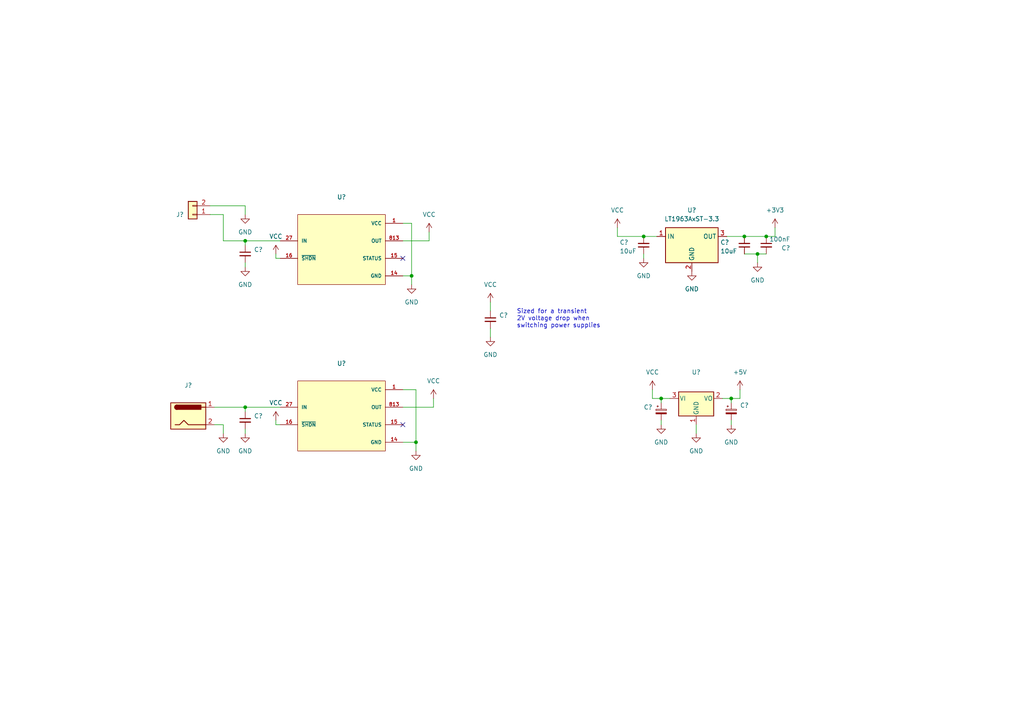
<source format=kicad_sch>
(kicad_sch (version 20211123) (generator eeschema)
  (paper "A4")
  (lib_symbols
    (symbol "Connector:Barrel_Jack" (pin_names (offset 1.016))
      (property "Reference" "J" (at 0 5.334 0))
      (property "Value" "Barrel_Jack" (at 0 -5.08 0))
      (symbol "Barrel_Jack_0_1"
        (rectangle (start -5.08 3.81) (end 5.08 -3.81) (stroke (width 0.254)) (fill (type background)))
        (arc (start -3.302 3.175) (mid -3.937 2.54) (end -3.302 1.905) (stroke (width 0.254)))
        (arc (start -3.302 3.175) (mid -3.937 2.54) (end -3.302 1.905) (stroke (width 0.254)) (fill (type outline)))
        (polyline (pts (xy 5.08 2.54) (xy 3.81 2.54)) (stroke (width 0.254)))
        (polyline (pts (xy -3.81 -2.54) (xy -2.54 -2.54) (xy -1.27 -1.27) (xy 0 -2.54) (xy 2.54 -2.54) (xy 5.08 -2.54)) (stroke (width 0.254)))
        (rectangle (start 3.683 3.175) (end -3.302 1.905) (stroke (width 0.254)) (fill (type outline)))
      )
      (symbol "Barrel_Jack_1_1"
        (pin passive line (at 7.62 2.54 180) (length 2.54) (name "~") (number "1"))
        (pin passive line (at 7.62 -2.54 180) (length 2.54) (name "~") (number "2"))
      )
    )
    (symbol "Connector_Generic:Conn_01x02" (pin_names (offset 1.016) hide)
      (property "Reference" "J" (at 0 2.54 0))
      (property "Value" "Conn_01x02" (at 0 -5.08 0))
      (symbol "Conn_01x02_1_1"
        (rectangle (start -1.27 -2.413) (end 0 -2.667) (stroke (width 0.1524)))
        (rectangle (start -1.27 0.127) (end 0 -0.127) (stroke (width 0.1524)))
        (rectangle (start -1.27 1.27) (end 1.27 -3.81) (stroke (width 0.254)) (fill (type background)))
        (pin passive line (at -5.08 0 0) (length 3.81) (name "Pin_1") (number "1"))
        (pin passive line (at -5.08 -2.54 0) (length 3.81) (name "Pin_2") (number "2"))
      )
    )
    (symbol "Device:C_Polarized_Small" (pin_numbers hide) (pin_names (offset 0.254) hide)
      (property "Reference" "C" (at 0.254 1.778 0))
      (property "Value" "C_Polarized_Small" (at 0.254 -2.032 0))
      (symbol "C_Polarized_Small_0_1"
        (rectangle (start -1.524 -0.3048) (end 1.524 -0.6858) (fill (type outline)))
        (rectangle (start -1.524 0.6858) (end 1.524 0.3048))
        (polyline (pts (xy -1.27 1.524) (xy -0.762 1.524)))
        (polyline (pts (xy -1.016 1.27) (xy -1.016 1.778)))
      )
      (symbol "C_Polarized_Small_1_1"
        (pin passive line (at 0 2.54 270) (length 1.8542) (name "~") (number "1"))
        (pin passive line (at 0 -2.54 90) (length 1.8542) (name "~") (number "2"))
      )
    )
    (symbol "Device:C_Small" (pin_numbers hide) (pin_names (offset 0.254) hide)
      (property "Reference" "C" (at 0.254 1.778 0))
      (property "Value" "C_Small" (at 0.254 -2.032 0))
      (symbol "C_Small_0_1"
        (polyline (pts (xy -1.524 -0.508) (xy 1.524 -0.508)) (stroke (width 0.3302)))
        (polyline (pts (xy -1.524 0.508) (xy 1.524 0.508)) (stroke (width 0.3048)))
      )
      (symbol "C_Small_1_1"
        (pin passive line (at 0 2.54 270) (length 2.032) (name "~") (number "1"))
        (pin passive line (at 0 -2.54 90) (length 2.032) (name "~") (number "2"))
      )
    )
    (symbol "Regulator_Linear:LM1085-5.0" (pin_names (offset 0.254))
      (property "Reference" "U" (at -3.81 3.175 0))
      (property "Value" "LM1085-5.0" (at 0 3.175 0))
      (symbol "LM1085-5.0_0_1"
        (rectangle (start -5.08 1.905) (end 5.08 -5.08) (stroke (width 0.254)) (fill (type background)))
      )
      (symbol "LM1085-5.0_1_1"
        (pin power_in line (at 0 -7.62 90) (length 2.54) (name "GND") (number "1"))
        (pin power_out line (at 7.62 0 180) (length 2.54) (name "VO") (number "2"))
        (pin power_in line (at -7.62 0 0) (length 2.54) (name "VI") (number "3"))
      )
    )
    (symbol "Regulator_Linear:LT1963AxST-3.3"
      (property "Reference" "U" (at -7.62 6.35 0))
      (property "Value" "LT1963AxST-3.3" (at -1.27 6.35 0))
      (symbol "LT1963AxST-3.3_0_1"
        (rectangle (start -7.62 5.08) (end 7.62 -5.08) (stroke (width 0.254)) (fill (type background)))
      )
      (symbol "LT1963AxST-3.3_1_1"
        (pin power_in line (at -10.16 2.54 0) (length 2.54) (name "IN") (number "1"))
        (pin power_in line (at 0 -7.62 90) (length 2.54) (name "GND") (number "2"))
        (pin power_out line (at 10.16 2.54 180) (length 2.54) (name "OUT") (number "3"))
      )
    )
    (symbol "iclr:LTC4451AV#TRMPBF" (pin_names (offset 1.016))
      (property "Reference" "U" (at -12.7 10.922 0))
      (property "Value" "LTC4451AV#TRMPBF" (at -12.7 -12.7 0))
      (symbol "LTC4451AV#TRMPBF_0_0"
        (rectangle (start -12.7 -10.16) (end 12.7 10.16) (stroke (width 0.1524)) (fill (type background)))
        (pin power_in line (at 17.78 7.62 180) (length 5.08) (name "VCC") (number "1"))
        (pin power_in line (at 17.78 -7.62 180) (length 5.08) (name "GND") (number "14"))
        (pin output line (at 17.78 -2.54 180) (length 5.08) (name "STATUS") (number "15"))
        (pin input line (at -17.78 -2.54 0) (length 5.08) (name "~{SHDN}") (number "16"))
        (pin input line (at -17.78 2.54 0) (length 5.08) (name "IN") (number "27"))
        (pin output line (at 17.78 2.54 180) (length 5.08) (name "OUT") (number "813"))
      )
    )
    (symbol "power:+3V3" (power) (pin_names (offset 0))
      (property "Value" "+3V3" (at 0 3.556 0))
      (symbol "+3V3_0_1"
        (polyline (pts (xy -0.762 1.27) (xy 0 2.54)))
        (polyline (pts (xy 0 0) (xy 0 2.54)))
        (polyline (pts (xy 0 2.54) (xy 0.762 1.27)))
      )
      (symbol "+3V3_1_1"
        (pin power_in line (at 0 0 90) (length 0) hide (name "+3V3") (number "1"))
      )
    )
    (symbol "power:+5V" (power) (pin_names (offset 0))
      (property "Value" "+5V" (at 0 3.556 0))
      (symbol "+5V_0_1"
        (polyline (pts (xy -0.762 1.27) (xy 0 2.54)))
        (polyline (pts (xy 0 0) (xy 0 2.54)))
        (polyline (pts (xy 0 2.54) (xy 0.762 1.27)))
      )
      (symbol "+5V_1_1"
        (pin power_in line (at 0 0 90) (length 0) hide (name "+5V") (number "1"))
      )
    )
    (symbol "power:GND" (power) (pin_names (offset 0))
      (property "Value" "GND" (at 0 -3.81 0))
      (symbol "GND_0_1"
        (polyline (pts (xy 0 0) (xy 0 -1.27) (xy 1.27 -1.27) (xy 0 -2.54) (xy -1.27 -1.27) (xy 0 -1.27)))
      )
      (symbol "GND_1_1"
        (pin power_in line (at 0 0 270) (length 0) hide (name "GND") (number "1"))
      )
    )
    (symbol "power:VCC" (power) (pin_names (offset 0))
      (property "Value" "VCC" (at 0 3.81 0))
      (symbol "VCC_0_1"
        (polyline (pts (xy -0.762 1.27) (xy 0 2.54)))
        (polyline (pts (xy 0 0) (xy 0 2.54)))
        (polyline (pts (xy 0 2.54) (xy 0.762 1.27)))
      )
      (symbol "VCC_1_1"
        (pin power_in line (at 0 0 90) (length 0) hide (name "VCC") (number "1"))
      )
    )
  )
  (junction (at 120.65 128.27))
  (junction (at 219.71 73.66))
  (junction (at 191.77 115.57))
  (junction (at 215.9 68.58))
  (junction (at 119.38 80.01))
  (junction (at 186.69 68.58))
  (junction (at 222.25 68.58))
  (junction (at 212.09 115.57))
  (junction (at 71.12 69.85))
  (junction (at 71.12 118.11))
  (no_connect (at 116.84 74.93))
  (no_connect (at 116.84 123.19))
  (wire (pts (xy 119.38 64.77) (xy 119.38 80.01)))
  (wire (pts (xy 62.23 118.11) (xy 71.12 118.11)))
  (wire (pts (xy 179.07 66.04) (xy 179.07 68.58)))
  (wire (pts (xy 116.84 69.85) (xy 124.46 69.85)))
  (wire (pts (xy 186.69 73.66) (xy 186.69 74.93)))
  (wire (pts (xy 215.9 73.66) (xy 219.71 73.66)))
  (wire (pts (xy 189.23 115.57) (xy 191.77 115.57)))
  (wire (pts (xy 60.96 59.69) (xy 71.12 59.69)))
  (wire (pts (xy 191.77 116.84) (xy 191.77 115.57)))
  (wire (pts (xy 62.23 123.19) (xy 64.77 123.19)))
  (wire (pts (xy 64.77 62.23) (xy 64.77 69.85)))
  (wire (pts (xy 191.77 121.92) (xy 191.77 123.19)))
  (wire (pts (xy 81.28 74.93) (xy 80.01 74.93)))
  (wire (pts (xy 125.73 115.57) (xy 125.73 118.11)))
  (wire (pts (xy 142.24 95.25) (xy 142.24 97.79)))
  (wire (pts (xy 209.55 115.57) (xy 212.09 115.57)))
  (wire (pts (xy 219.71 73.66) (xy 219.71 76.2)))
  (wire (pts (xy 224.79 66.04) (xy 224.79 68.58)))
  (wire (pts (xy 71.12 118.11) (xy 81.28 118.11)))
  (wire (pts (xy 71.12 69.85) (xy 81.28 69.85)))
  (wire (pts (xy 60.96 62.23) (xy 64.77 62.23)))
  (wire (pts (xy 80.01 73.66) (xy 80.01 74.93)))
  (wire (pts (xy 186.69 68.58) (xy 190.5 68.58)))
  (wire (pts (xy 219.71 73.66) (xy 222.25 73.66)))
  (wire (pts (xy 120.65 128.27) (xy 120.65 130.81)))
  (wire (pts (xy 212.09 121.92) (xy 212.09 123.19)))
  (wire (pts (xy 212.09 115.57) (xy 214.63 115.57)))
  (wire (pts (xy 189.23 113.03) (xy 189.23 115.57)))
  (wire (pts (xy 80.01 121.92) (xy 80.01 123.19)))
  (wire (pts (xy 71.12 124.46) (xy 71.12 125.73)))
  (wire (pts (xy 120.65 113.03) (xy 120.65 128.27)))
  (wire (pts (xy 116.84 128.27) (xy 120.65 128.27)))
  (wire (pts (xy 215.9 68.58) (xy 222.25 68.58)))
  (wire (pts (xy 142.24 87.63) (xy 142.24 90.17)))
  (wire (pts (xy 179.07 68.58) (xy 186.69 68.58)))
  (wire (pts (xy 116.84 113.03) (xy 120.65 113.03)))
  (wire (pts (xy 124.46 67.31) (xy 124.46 69.85)))
  (wire (pts (xy 71.12 69.85) (xy 71.12 71.12)))
  (wire (pts (xy 119.38 80.01) (xy 119.38 82.55)))
  (wire (pts (xy 71.12 76.2) (xy 71.12 77.47)))
  (wire (pts (xy 214.63 113.03) (xy 214.63 115.57)))
  (wire (pts (xy 71.12 118.11) (xy 71.12 119.38)))
  (wire (pts (xy 201.93 123.19) (xy 201.93 125.73)))
  (wire (pts (xy 80.01 123.19) (xy 81.28 123.19)))
  (wire (pts (xy 210.82 68.58) (xy 215.9 68.58)))
  (wire (pts (xy 116.84 118.11) (xy 125.73 118.11)))
  (wire (pts (xy 222.25 68.58) (xy 224.79 68.58)))
  (wire (pts (xy 64.77 69.85) (xy 71.12 69.85)))
  (wire (pts (xy 212.09 116.84) (xy 212.09 115.57)))
  (wire (pts (xy 64.77 123.19) (xy 64.77 125.73)))
  (wire (pts (xy 116.84 64.77) (xy 119.38 64.77)))
  (wire (pts (xy 116.84 80.01) (xy 119.38 80.01)))
  (wire (pts (xy 191.77 115.57) (xy 194.31 115.57)))
  (wire (pts (xy 71.12 59.69) (xy 71.12 62.23)))
  (text "Sized for a transient \n2V voltage drop when \nswitching power supplies " (at 149.86 95.25 0) (effects (font (size 1.27 1.27)) (justify left bottom)))
  (symbol (lib_id "power:VCC") (at 179.07 66.04 0) (unit 1)
    (property "Reference" "#PWR?" (effects hide))
  )
  (symbol (lib_id "Device:C_Polarized_Small") (at 191.77 119.38 0) (unit 1)
    (property "Reference" "C?" (at 186.69 118.11 0) (effects (justify left)))
  )
  (symbol (lib_id "power:GND") (at 120.65 130.81 0) (unit 1)
    (property "Reference" "#PWR?" (effects hide))
  )
  (symbol (lib_id "power:VCC") (at 124.46 67.31 0) (unit 1)
    (property "Reference" "#PWR?" (effects hide))
  )
  (symbol (lib_id "power:GND") (at 191.77 123.19 0) (unit 1)
    (property "Reference" "#PWR?" (effects hide))
    (property "Value" "GND" (at 191.77 128.27 0))
  )
  (symbol (lib_id "power:GND") (at 212.09 123.19 0) (unit 1)
    (property "Reference" "#PWR?" (effects hide))
    (property "Value" "GND" (at 212.09 128.27 0))
  )
  (symbol (lib_id "Regulator_Linear:LM1085-5.0") (at 201.93 115.57 0) (unit 1)
    (property "Reference" "U?" (at 201.93 107.95 0))
    (property "Datasheet" "http://www.ti.com/lit/ds/symlink/lm1085.pdf" (effects hide))
  )
  (symbol (lib_id "power:GND") (at 219.71 76.2 0) (unit 1)
    (property "Reference" "#PWR?" (effects hide))
    (property "Value" "GND" (at 219.71 81.28 0))
  )
  (symbol (lib_id "power:GND") (at 201.93 125.73 0) (unit 1)
    (property "Reference" "#PWR?" (effects hide))
  )
  (symbol (lib_id "power:GND") (at 142.24 97.79 0) (unit 1)
    (property "Reference" "#PWR?" (effects hide))
  )
  (symbol (lib_id "Device:C_Small") (at 142.24 92.71 0) (unit 1)
    (property "Reference" "C?" (at 144.78 91.4462 0) (effects (justify left)))
  )
  (symbol (lib_id "power:VCC") (at 80.01 121.92 0) (unit 1)
    (property "Reference" "#PWR?" (effects hide))
  )
  (symbol (lib_id "Device:C_Small") (at 186.69 71.12 180) (unit 1)
    (property "Reference" "C?" (at 179.7211 70.3011 0) (effects (justify right)))
    (property "Value" "10uF" (at 179.7211 72.8411 0) (effects (justify right)))
    (property "Footprint" "Capacitor_SMD:C_0603_1608Metric" (effects hide))
  )
  (symbol (lib_id "Device:C_Polarized_Small") (at 212.09 119.38 0) (unit 1)
    (property "Reference" "C?" (at 214.63 117.5638 0) (effects (justify left)))
  )
  (symbol (lib_id "power:GND") (at 64.77 125.73 0) (unit 1)
    (property "Reference" "#PWR?" (effects hide))
  )
  (symbol (lib_id "Device:C_Small") (at 71.12 121.92 0) (unit 1)
    (property "Reference" "C?" (at 73.66 120.6562 0) (effects (justify left)))
  )
  (symbol (lib_id "power:GND") (at 71.12 125.73 0) (unit 1)
    (property "Reference" "#PWR?" (effects hide))
  )
  (symbol (lib_id "power:VCC") (at 189.23 113.03 0) (unit 1)
    (property "Reference" "#PWR?" (effects hide))
  )
  (symbol (lib_id "Device:C_Small") (at 215.9 71.12 180) (unit 1)
    (property "Reference" "C?" (at 208.9311 70.3011 0) (effects (justify right)))
    (property "Value" "10uF" (at 208.9311 72.8411 0) (effects (justify right)))
    (property "Footprint" "Capacitor_SMD:C_0603_1608Metric" (effects hide))
  )
  (symbol (lib_id "power:VCC") (at 125.73 115.57 0) (unit 1)
    (property "Reference" "#PWR?" (effects hide))
  )
  (symbol (lib_id "power:GND") (at 119.38 82.55 0) (unit 1)
    (property "Reference" "#PWR?" (effects hide))
    (property "Value" "~" (at 119.38 87.63 0))
  )
  (symbol (lib_id "iclr:LTC4451AV#TRMPBF") (at 99.06 72.39 0) (unit 1)
    (property "Reference" "U?" (at 99.06 57.15 0))
    (property "MANUFACTURER" "Analog Devices" (effects hide))
    (property "MAXIMUM_PACKAGE_HEIGHT" "0.85 mm" (effects hide))
    (property "STANDARD" "Manufacturer Recommendations" (effects hide))
    (property "PARTREV" "0" (effects hide))
  )
  (symbol (lib_id "power:+3V3") (at 224.79 66.04 0) (unit 1)
    (property "Reference" "#PWR?" (effects hide))
  )
  (symbol (lib_id "power:VCC") (at 80.01 73.66 0) (unit 1)
    (property "Reference" "#PWR?" (effects hide))
  )
  (symbol (lib_id "Connector_Generic:Conn_01x02") (at 55.88 62.23 180) (unit 1)
    (property "Reference" "J?" (at 53.34 62.2301 0) (effects (justify left)))
  )
  (symbol (lib_id "power:+5V") (at 214.63 113.03 0) (unit 1)
    (property "Reference" "#PWR?" (effects hide))
  )
  (symbol (lib_id "power:GND") (at 71.12 62.23 0) (unit 1)
    (property "Reference" "#PWR?" (effects hide))
  )
  (symbol (lib_id "iclr:LTC4451AV#TRMPBF") (at 99.06 120.65 0) (unit 1)
    (property "Reference" "U?" (at 99.06 105.41 0))
    (property "MANUFACTURER" "Analog Devices" (effects hide))
    (property "MAXIMUM_PACKAGE_HEIGHT" "0.85 mm" (effects hide))
    (property "STANDARD" "Manufacturer Recommendations" (effects hide))
    (property "PARTREV" "0" (effects hide))
  )
  (symbol (lib_id "power:GND") (at 200.66 78.74 0) (unit 1)
    (property "Reference" "#PWR?" (effects hide))
    (property "Value" "GND" (at 200.66 83.82 0))
  )
  (symbol (lib_id "power:GND") (at 71.12 77.47 0) (unit 1)
    (property "Reference" "#PWR?" (effects hide))
  )
  (symbol (lib_id "Regulator_Linear:LT1963AxST-3.3") (at 200.66 71.12 0) (unit 1)
    (property "Reference" "U?" (at 200.66 60.96 0))
    (property "Value" "LT1963AxST-3.3" (at 200.66 63.5 0))
    (property "Footprint" "Package_TO_SOT_SMD:SOT-223-3_TabPin2" (effects hide))
    (property "Datasheet" "https://www.analog.com/media/en/technical-documentation/data-sheets/1963aff.pdf" (effects hide))
  )
  (symbol (lib_id "Device:C_Small") (at 222.25 71.12 0) (unit 1)
    (property "Reference" "C?" (at 229.2189 71.9389 0) (effects (justify right)))
    (property "Value" "100nF" (at 229.2189 69.3989 0) (effects (justify right)))
    (property "Footprint" "Capacitor_SMD:C_0603_1608Metric" (effects hide))
  )
  (symbol (lib_id "power:VCC") (at 142.24 87.63 0) (unit 1)
    (property "Reference" "#PWR?" (effects hide))
  )
  (symbol (lib_id "power:GND") (at 186.69 74.93 0) (unit 1)
    (property "Reference" "#PWR?" (effects hide))
    (property "Value" "GND" (at 186.69 80.01 0))
  )
  (symbol (lib_id "Connector:Barrel_Jack") (at 54.61 120.65 0) (unit 1)
    (property "Reference" "J?" (at 54.61 111.76 0))
  )
  (symbol (lib_id "Device:C_Small") (at 71.12 73.66 0) (unit 1)
    (property "Reference" "C?" (at 73.66 72.3962 0) (effects (justify left)))
  )
)
</source>
